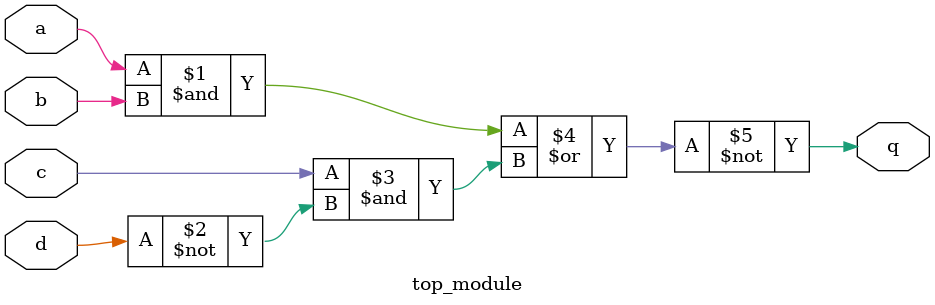
<source format=sv>
module top_module (
	input a, 
	input b, 
	input c, 
	input d,
	output q
);
 
  assign q = ~((a & b) | (c & ~d));
 
endmodule

</source>
